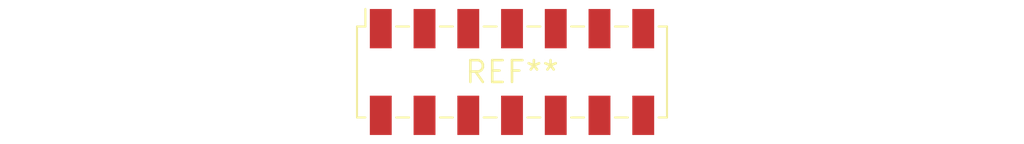
<source format=kicad_pcb>
(kicad_pcb (version 20240108) (generator pcbnew)
  (layers (0 "F.Cu" signal) (31 "B.Cu" signal) (34 "B.Paste" user) (35 "F.Paste" user) (36 "B.SilkS" user "B.Silkscreen") (37 "F.SilkS" user "F.Silkscreen") (38 "B.Mask" user) (39 "F.Mask" user) (44 "Edge.Cuts" user))
  (net 0 "")
  (footprint "Samtec_HLE-107-02-xxx-DV-LC_2x07_P2.54mm_Horizontal" (layer "F.Cu") (at 0 0)
    (property "Reference" "REF**")
    (property "Value" "Samtec_HLE-107-02-xxx-DV-LC_2x07_P2.54mm_Horizontal")
    (fp_line (start -9 -2.65) (end -9 2.65) (layer "F.SilkS") (stroke (width 0.12)))
    (fp_line (start -9 2.65) (end -8.515 2.65) (layer "F.SilkS") (stroke (width 0.12)))
    (fp_line (start -8.515 -3.67) (end -8.515 -2.65) (layer "F.SilkS") (stroke (width 0.12)))
    (fp_line (start -8.515 -2.65) (end -9 -2.65) (layer "F.SilkS") (stroke (width 0.12)))
    (fp_line (start -6.725 -2.65) (end -5.975 -2.65) (layer "F.SilkS") (stroke (width 0.12)))
    (fp_line (start -6.725 2.65) (end -5.975 2.65) (layer "F.SilkS") (stroke (width 0.12)))
    (fp_line (start -4.185 -2.65) (end -3.435 -2.65) (layer "F.SilkS") (stroke (width 0.12)))
    (fp_line (start -4.185 2.65) (end -3.435 2.65) (layer "F.SilkS") (stroke (width 0.12)))
    (fp_line (start -1.645 -2.65) (end -0.895 -2.65) (layer "F.SilkS") (stroke (width 0.12)))
    (fp_line (start -1.645 2.65) (end -0.895 2.65) (layer "F.SilkS") (stroke (width 0.12)))
    (fp_line (start 0.895 -2.65) (end 1.645 -2.65) (layer "F.SilkS") (stroke (width 0.12)))
    (fp_line (start 0.895 2.65) (end 1.645 2.65) (layer "F.SilkS") (stroke (width 0.12)))
    (fp_line (start 3.435 -2.65) (end 4.185 -2.65) (layer "F.SilkS") (stroke (width 0.12)))
    (fp_line (start 3.435 2.65) (end 4.185 2.65) (layer "F.SilkS") (stroke (width 0.12)))
    (fp_line (start 5.975 -2.65) (end 6.725 -2.65) (layer "F.SilkS") (stroke (width 0.12)))
    (fp_line (start 5.975 2.65) (end 6.725 2.65) (layer "F.SilkS") (stroke (width 0.12)))
    (fp_line (start 8.515 -2.65) (end 9 -2.65) (layer "F.SilkS") (stroke (width 0.12)))
    (fp_line (start 9 -2.65) (end 9 2.65) (layer "F.SilkS") (stroke (width 0.12)))
    (fp_line (start 9 2.65) (end 8.515 2.65) (layer "F.SilkS") (stroke (width 0.12)))
    (pad "" np_thru_hole circle (at -6.35 0) (size 1.19 1.19) (drill 1.19) (layers *.Cu *.Mask))
    (pad "" np_thru_hole circle (at 6.35 0) (size 1.19 1.19) (drill 1.19) (layers *.Cu *.Mask))
    (pad "1" smd rect (at -7.62 -2.525) (size 1.27 2.29) (layers "F.Cu" "F.Paste" "F.Mask"))
    (pad "2" smd rect (at -7.62 2.525) (size 1.27 2.29) (layers "F.Cu" "F.Paste" "F.Mask"))
    (pad "3" smd rect (at -5.08 -2.525) (size 1.27 2.29) (layers "F.Cu" "F.Paste" "F.Mask"))
    (pad "4" smd rect (at -5.08 2.525) (size 1.27 2.29) (layers "F.Cu" "F.Paste" "F.Mask"))
    (pad "5" smd rect (at -2.54 -2.525) (size 1.27 2.29) (layers "F.Cu" "F.Paste" "F.Mask"))
    (pad "6" smd rect (at -2.54 2.525) (size 1.27 2.29) (layers "F.Cu" "F.Paste" "F.Mask"))
    (pad "7" smd rect (at 0 -2.525) (size 1.27 2.29) (layers "F.Cu" "F.Paste" "F.Mask"))
    (pad "8" smd rect (at 0 2.525) (size 1.27 2.29) (layers "F.Cu" "F.Paste" "F.Mask"))
    (pad "9" smd rect (at 2.54 -2.525) (size 1.27 2.29) (layers "F.Cu" "F.Paste" "F.Mask"))
    (pad "10" smd rect (at 2.54 2.525) (size 1.27 2.29) (layers "F.Cu" "F.Paste" "F.Mask"))
    (pad "11" smd rect (at 5.08 -2.525) (size 1.27 2.29) (layers "F.Cu" "F.Paste" "F.Mask"))
    (pad "12" smd rect (at 5.08 2.525) (size 1.27 2.29) (layers "F.Cu" "F.Paste" "F.Mask"))
    (pad "13" smd rect (at 7.62 -2.525) (size 1.27 2.29) (layers "F.Cu" "F.Paste" "F.Mask"))
    (pad "14" smd rect (at 7.62 2.525) (size 1.27 2.29) (layers "F.Cu" "F.Paste" "F.Mask"))
  )
)
</source>
